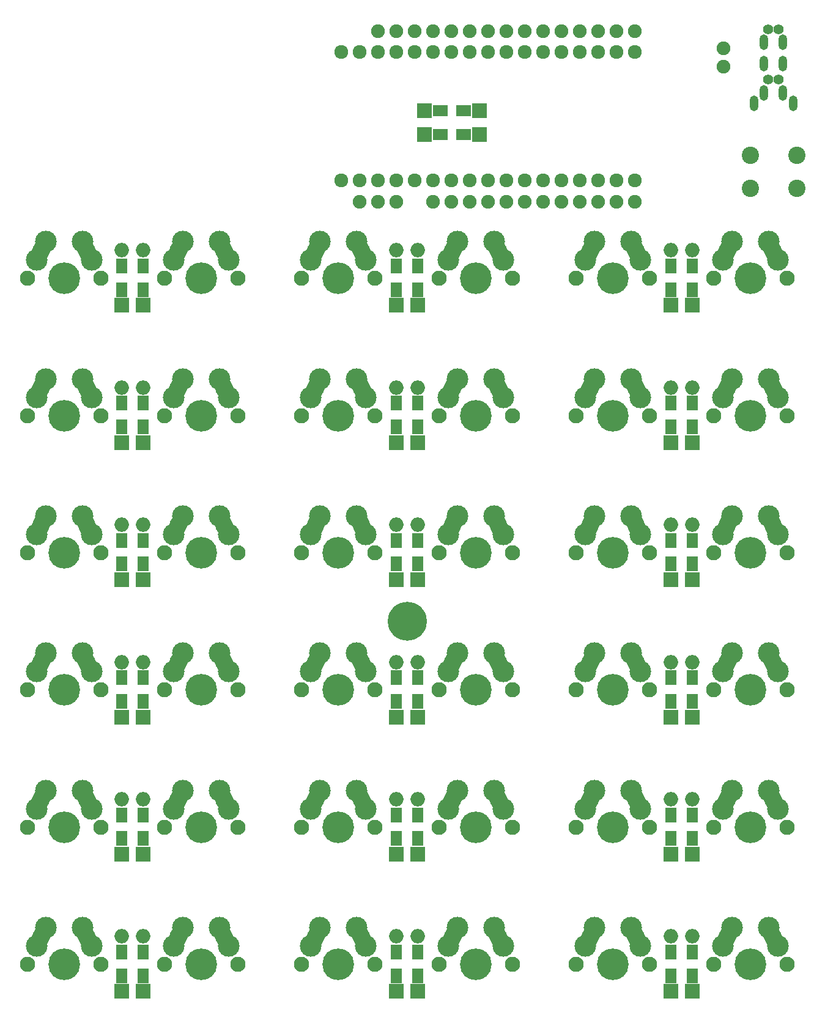
<source format=gts>
G04 #@! TF.GenerationSoftware,KiCad,Pcbnew,(5.0.0)*
G04 #@! TF.CreationDate,2018-09-01T09:01:24+09:00*
G04 #@! TF.ProjectId,pillcase36,70696C6C6361736533362E6B69636164,rev?*
G04 #@! TF.SameCoordinates,Original*
G04 #@! TF.FileFunction,Soldermask,Top*
G04 #@! TF.FilePolarity,Negative*
%FSLAX46Y46*%
G04 Gerber Fmt 4.6, Leading zero omitted, Abs format (unit mm)*
G04 Created by KiCad (PCBNEW (5.0.0)) date 09/01/18 09:01:24*
%MOMM*%
%LPD*%
G01*
G04 APERTURE LIST*
%ADD10C,2.400000*%
%ADD11C,2.400000*%
%ADD12C,3.000000*%
%ADD13C,2.101800*%
%ADD14C,4.387800*%
%ADD15C,1.390600*%
%ADD16O,1.250000X2.152600*%
%ADD17R,1.600000X2.000000*%
%ADD18R,2.000000X2.000000*%
%ADD19O,2.000000X2.000000*%
%ADD20R,2.000000X1.600000*%
%ADD21C,1.924000*%
%ADD22C,1.900000*%
%ADD23C,5.400000*%
G04 APERTURE END LIST*
D10*
G04 #@! TO.C,SW2*
X59175000Y-90190000D03*
D11*
X58736629Y-89291206D02*
X59613371Y-91088794D01*
D12*
X52190000Y-91460000D03*
D13*
X61080000Y-94000000D03*
X50920000Y-94000000D03*
D14*
X56000000Y-94000000D03*
D12*
X53460000Y-88920000D03*
X58540000Y-88920000D03*
X59810000Y-91460000D03*
D10*
X52825000Y-90190000D03*
D11*
X53263371Y-89291206D02*
X52386629Y-91088794D01*
G04 #@! TD*
D15*
G04 #@! TO.C,J1*
X154931570Y-40500000D03*
D16*
X152931570Y-45300000D03*
X152931570Y-49300000D03*
D15*
X154931570Y-47500000D03*
D16*
X156931570Y-50800000D03*
X152931570Y-42300000D03*
D15*
X153500000Y-47500000D03*
D16*
X155500000Y-42300000D03*
X155500000Y-49300000D03*
X151500000Y-50800000D03*
X155500000Y-45300000D03*
D15*
X153500000Y-40500000D03*
G04 #@! TD*
D17*
G04 #@! TO.C,D1*
X64000000Y-73290000D03*
D18*
X64000000Y-78730000D03*
D19*
X64000000Y-71110000D03*
D17*
X64000000Y-76550000D03*
G04 #@! TD*
G04 #@! TO.C,D2*
X64000000Y-95550000D03*
D19*
X64000000Y-90110000D03*
D18*
X64000000Y-97730000D03*
D17*
X64000000Y-92290000D03*
G04 #@! TD*
G04 #@! TO.C,D3*
X64000000Y-114550000D03*
D19*
X64000000Y-109110000D03*
D18*
X64000000Y-116730000D03*
D17*
X64000000Y-111290000D03*
G04 #@! TD*
G04 #@! TO.C,D4*
X64000000Y-133550000D03*
D19*
X64000000Y-128110000D03*
D18*
X64000000Y-135730000D03*
D17*
X64000000Y-130290000D03*
G04 #@! TD*
G04 #@! TO.C,D5*
X64000000Y-149290000D03*
D18*
X64000000Y-154730000D03*
D19*
X64000000Y-147110000D03*
D17*
X64000000Y-152550000D03*
G04 #@! TD*
G04 #@! TO.C,D6*
X64000000Y-168290000D03*
D18*
X64000000Y-173730000D03*
D19*
X64000000Y-166110000D03*
D17*
X64000000Y-171550000D03*
G04 #@! TD*
G04 #@! TO.C,D7*
X67000000Y-76550000D03*
D19*
X67000000Y-71110000D03*
D18*
X67000000Y-78730000D03*
D17*
X67000000Y-73290000D03*
G04 #@! TD*
G04 #@! TO.C,D8*
X67000000Y-92290000D03*
D18*
X67000000Y-97730000D03*
D19*
X67000000Y-90110000D03*
D17*
X67000000Y-95550000D03*
G04 #@! TD*
G04 #@! TO.C,D9*
X67000000Y-114550000D03*
D19*
X67000000Y-109110000D03*
D18*
X67000000Y-116730000D03*
D17*
X67000000Y-111290000D03*
G04 #@! TD*
G04 #@! TO.C,D10*
X67000000Y-133550000D03*
D19*
X67000000Y-128110000D03*
D18*
X67000000Y-135730000D03*
D17*
X67000000Y-130290000D03*
G04 #@! TD*
G04 #@! TO.C,D11*
X67000000Y-152550000D03*
D19*
X67000000Y-147110000D03*
D18*
X67000000Y-154730000D03*
D17*
X67000000Y-149290000D03*
G04 #@! TD*
G04 #@! TO.C,D12*
X67000000Y-168290000D03*
D18*
X67000000Y-173730000D03*
D19*
X67000000Y-166110000D03*
D17*
X67000000Y-171550000D03*
G04 #@! TD*
G04 #@! TO.C,D13*
X102000000Y-76550000D03*
D19*
X102000000Y-71110000D03*
D18*
X102000000Y-78730000D03*
D17*
X102000000Y-73290000D03*
G04 #@! TD*
G04 #@! TO.C,D14*
X102000000Y-95550000D03*
D19*
X102000000Y-90110000D03*
D18*
X102000000Y-97730000D03*
D17*
X102000000Y-92290000D03*
G04 #@! TD*
G04 #@! TO.C,D15*
X102000000Y-114550000D03*
D19*
X102000000Y-109110000D03*
D18*
X102000000Y-116730000D03*
D17*
X102000000Y-111290000D03*
G04 #@! TD*
G04 #@! TO.C,D16*
X102000000Y-130290000D03*
D18*
X102000000Y-135730000D03*
D19*
X102000000Y-128110000D03*
D17*
X102000000Y-133550000D03*
G04 #@! TD*
G04 #@! TO.C,D17*
X102000000Y-152550000D03*
D19*
X102000000Y-147110000D03*
D18*
X102000000Y-154730000D03*
D17*
X102000000Y-149290000D03*
G04 #@! TD*
G04 #@! TO.C,D18*
X102000000Y-168290000D03*
D18*
X102000000Y-173730000D03*
D19*
X102000000Y-166110000D03*
D17*
X102000000Y-171550000D03*
G04 #@! TD*
G04 #@! TO.C,D19*
X105000000Y-73290000D03*
D18*
X105000000Y-78730000D03*
D19*
X105000000Y-71110000D03*
D17*
X105000000Y-76550000D03*
G04 #@! TD*
G04 #@! TO.C,D20*
X105000000Y-92290000D03*
D18*
X105000000Y-97730000D03*
D19*
X105000000Y-90110000D03*
D17*
X105000000Y-95550000D03*
G04 #@! TD*
G04 #@! TO.C,D21*
X105000000Y-114550000D03*
D19*
X105000000Y-109110000D03*
D18*
X105000000Y-116730000D03*
D17*
X105000000Y-111290000D03*
G04 #@! TD*
G04 #@! TO.C,D22*
X105000000Y-130290000D03*
D18*
X105000000Y-135730000D03*
D19*
X105000000Y-128110000D03*
D17*
X105000000Y-133550000D03*
G04 #@! TD*
G04 #@! TO.C,D23*
X105000000Y-152550000D03*
D19*
X105000000Y-147110000D03*
D18*
X105000000Y-154730000D03*
D17*
X105000000Y-149290000D03*
G04 #@! TD*
G04 #@! TO.C,D24*
X105000000Y-168290000D03*
D18*
X105000000Y-173730000D03*
D19*
X105000000Y-166110000D03*
D17*
X105000000Y-171550000D03*
G04 #@! TD*
G04 #@! TO.C,D25*
X140000000Y-76550000D03*
D19*
X140000000Y-71110000D03*
D18*
X140000000Y-78730000D03*
D17*
X140000000Y-73290000D03*
G04 #@! TD*
G04 #@! TO.C,D26*
X140000000Y-95550000D03*
D19*
X140000000Y-90110000D03*
D18*
X140000000Y-97730000D03*
D17*
X140000000Y-92290000D03*
G04 #@! TD*
G04 #@! TO.C,D27*
X140000000Y-114550000D03*
D19*
X140000000Y-109110000D03*
D18*
X140000000Y-116730000D03*
D17*
X140000000Y-111290000D03*
G04 #@! TD*
G04 #@! TO.C,D28*
X140000000Y-130290000D03*
D18*
X140000000Y-135730000D03*
D19*
X140000000Y-128110000D03*
D17*
X140000000Y-133550000D03*
G04 #@! TD*
G04 #@! TO.C,D29*
X140000000Y-152550000D03*
D19*
X140000000Y-147110000D03*
D18*
X140000000Y-154730000D03*
D17*
X140000000Y-149290000D03*
G04 #@! TD*
G04 #@! TO.C,D30*
X140000000Y-168290000D03*
D18*
X140000000Y-173730000D03*
D19*
X140000000Y-166110000D03*
D17*
X140000000Y-171550000D03*
G04 #@! TD*
G04 #@! TO.C,D31*
X143000000Y-73290000D03*
D18*
X143000000Y-78730000D03*
D19*
X143000000Y-71110000D03*
D17*
X143000000Y-76550000D03*
G04 #@! TD*
G04 #@! TO.C,D32*
X143000000Y-92290000D03*
D18*
X143000000Y-97730000D03*
D19*
X143000000Y-90110000D03*
D17*
X143000000Y-95550000D03*
G04 #@! TD*
G04 #@! TO.C,D33*
X143000000Y-114550000D03*
D19*
X143000000Y-109110000D03*
D18*
X143000000Y-116730000D03*
D17*
X143000000Y-111290000D03*
G04 #@! TD*
G04 #@! TO.C,D34*
X143000000Y-130290000D03*
D18*
X143000000Y-135730000D03*
D19*
X143000000Y-128110000D03*
D17*
X143000000Y-133550000D03*
G04 #@! TD*
G04 #@! TO.C,D35*
X143000000Y-149290000D03*
D18*
X143000000Y-154730000D03*
D19*
X143000000Y-147110000D03*
D17*
X143000000Y-152550000D03*
G04 #@! TD*
G04 #@! TO.C,D36*
X143000000Y-168290000D03*
D18*
X143000000Y-173730000D03*
D19*
X143000000Y-166110000D03*
D17*
X143000000Y-171550000D03*
G04 #@! TD*
D20*
G04 #@! TO.C,R1*
X108098000Y-51816000D03*
D18*
X113538000Y-51816000D03*
X105918000Y-51816000D03*
D20*
X111358000Y-51816000D03*
G04 #@! TD*
G04 #@! TO.C,R2*
X111337000Y-55118000D03*
D18*
X105897000Y-55118000D03*
X113517000Y-55118000D03*
D20*
X108077000Y-55118000D03*
G04 #@! TD*
D10*
G04 #@! TO.C,SW1*
X59175000Y-71190000D03*
D11*
X58736629Y-70291206D02*
X59613371Y-72088794D01*
D12*
X52190000Y-72460000D03*
D13*
X61080000Y-75000000D03*
X50920000Y-75000000D03*
D14*
X56000000Y-75000000D03*
D12*
X53460000Y-69920000D03*
X58540000Y-69920000D03*
X59810000Y-72460000D03*
D10*
X52825000Y-71190000D03*
D11*
X53263371Y-70291206D02*
X52386629Y-72088794D01*
G04 #@! TD*
D10*
G04 #@! TO.C,SW3*
X59175000Y-109190000D03*
D11*
X58736629Y-108291206D02*
X59613371Y-110088794D01*
D12*
X52190000Y-110460000D03*
D13*
X61080000Y-113000000D03*
X50920000Y-113000000D03*
D14*
X56000000Y-113000000D03*
D12*
X53460000Y-107920000D03*
X58540000Y-107920000D03*
X59810000Y-110460000D03*
D10*
X52825000Y-109190000D03*
D11*
X53263371Y-108291206D02*
X52386629Y-110088794D01*
G04 #@! TD*
D10*
G04 #@! TO.C,SW4*
X52825000Y-128190000D03*
D11*
X53263371Y-127291206D02*
X52386629Y-129088794D01*
D12*
X59810000Y-129460000D03*
X58540000Y-126920000D03*
X53460000Y-126920000D03*
D14*
X56000000Y-132000000D03*
D13*
X50920000Y-132000000D03*
X61080000Y-132000000D03*
D12*
X52190000Y-129460000D03*
D10*
X59175000Y-128190000D03*
D11*
X58736629Y-127291206D02*
X59613371Y-129088794D01*
G04 #@! TD*
D10*
G04 #@! TO.C,SW5*
X52825000Y-147190000D03*
D11*
X53263371Y-146291206D02*
X52386629Y-148088794D01*
D12*
X59810000Y-148460000D03*
X58540000Y-145920000D03*
X53460000Y-145920000D03*
D14*
X56000000Y-151000000D03*
D13*
X50920000Y-151000000D03*
X61080000Y-151000000D03*
D12*
X52190000Y-148460000D03*
D10*
X59175000Y-147190000D03*
D11*
X58736629Y-146291206D02*
X59613371Y-148088794D01*
G04 #@! TD*
D10*
G04 #@! TO.C,SW6*
X52825000Y-166190000D03*
D11*
X53263371Y-165291206D02*
X52386629Y-167088794D01*
D12*
X59810000Y-167460000D03*
X58540000Y-164920000D03*
X53460000Y-164920000D03*
D14*
X56000000Y-170000000D03*
D13*
X50920000Y-170000000D03*
X61080000Y-170000000D03*
D12*
X52190000Y-167460000D03*
D10*
X59175000Y-166190000D03*
D11*
X58736629Y-165291206D02*
X59613371Y-167088794D01*
G04 #@! TD*
D10*
G04 #@! TO.C,SW7*
X78175000Y-71190000D03*
D11*
X77736629Y-70291206D02*
X78613371Y-72088794D01*
D12*
X71190000Y-72460000D03*
D13*
X80080000Y-75000000D03*
X69920000Y-75000000D03*
D14*
X75000000Y-75000000D03*
D12*
X72460000Y-69920000D03*
X77540000Y-69920000D03*
X78810000Y-72460000D03*
D10*
X71825000Y-71190000D03*
D11*
X72263371Y-70291206D02*
X71386629Y-72088794D01*
G04 #@! TD*
D10*
G04 #@! TO.C,SW8*
X78175000Y-90190000D03*
D11*
X77736629Y-89291206D02*
X78613371Y-91088794D01*
D12*
X71190000Y-91460000D03*
D13*
X80080000Y-94000000D03*
X69920000Y-94000000D03*
D14*
X75000000Y-94000000D03*
D12*
X72460000Y-88920000D03*
X77540000Y-88920000D03*
X78810000Y-91460000D03*
D10*
X71825000Y-90190000D03*
D11*
X72263371Y-89291206D02*
X71386629Y-91088794D01*
G04 #@! TD*
D10*
G04 #@! TO.C,SW9*
X78175000Y-109190000D03*
D11*
X77736629Y-108291206D02*
X78613371Y-110088794D01*
D12*
X71190000Y-110460000D03*
D13*
X80080000Y-113000000D03*
X69920000Y-113000000D03*
D14*
X75000000Y-113000000D03*
D12*
X72460000Y-107920000D03*
X77540000Y-107920000D03*
X78810000Y-110460000D03*
D10*
X71825000Y-109190000D03*
D11*
X72263371Y-108291206D02*
X71386629Y-110088794D01*
G04 #@! TD*
D10*
G04 #@! TO.C,SW10*
X71825000Y-128190000D03*
D11*
X72263371Y-127291206D02*
X71386629Y-129088794D01*
D12*
X78810000Y-129460000D03*
X77540000Y-126920000D03*
X72460000Y-126920000D03*
D14*
X75000000Y-132000000D03*
D13*
X69920000Y-132000000D03*
X80080000Y-132000000D03*
D12*
X71190000Y-129460000D03*
D10*
X78175000Y-128190000D03*
D11*
X77736629Y-127291206D02*
X78613371Y-129088794D01*
G04 #@! TD*
D10*
G04 #@! TO.C,SW11*
X71825000Y-147190000D03*
D11*
X72263371Y-146291206D02*
X71386629Y-148088794D01*
D12*
X78810000Y-148460000D03*
X77540000Y-145920000D03*
X72460000Y-145920000D03*
D14*
X75000000Y-151000000D03*
D13*
X69920000Y-151000000D03*
X80080000Y-151000000D03*
D12*
X71190000Y-148460000D03*
D10*
X78175000Y-147190000D03*
D11*
X77736629Y-146291206D02*
X78613371Y-148088794D01*
G04 #@! TD*
D10*
G04 #@! TO.C,SW12*
X71825000Y-166190000D03*
D11*
X72263371Y-165291206D02*
X71386629Y-167088794D01*
D12*
X78810000Y-167460000D03*
X77540000Y-164920000D03*
X72460000Y-164920000D03*
D14*
X75000000Y-170000000D03*
D13*
X69920000Y-170000000D03*
X80080000Y-170000000D03*
D12*
X71190000Y-167460000D03*
D10*
X78175000Y-166190000D03*
D11*
X77736629Y-165291206D02*
X78613371Y-167088794D01*
G04 #@! TD*
D10*
G04 #@! TO.C,SW13*
X90825000Y-71190000D03*
D11*
X91263371Y-70291206D02*
X90386629Y-72088794D01*
D12*
X97810000Y-72460000D03*
X96540000Y-69920000D03*
X91460000Y-69920000D03*
D14*
X94000000Y-75000000D03*
D13*
X88920000Y-75000000D03*
X99080000Y-75000000D03*
D12*
X90190000Y-72460000D03*
D10*
X97175000Y-71190000D03*
D11*
X96736629Y-70291206D02*
X97613371Y-72088794D01*
G04 #@! TD*
D10*
G04 #@! TO.C,SW14*
X97175000Y-90190000D03*
D11*
X96736629Y-89291206D02*
X97613371Y-91088794D01*
D12*
X90190000Y-91460000D03*
D13*
X99080000Y-94000000D03*
X88920000Y-94000000D03*
D14*
X94000000Y-94000000D03*
D12*
X91460000Y-88920000D03*
X96540000Y-88920000D03*
X97810000Y-91460000D03*
D10*
X90825000Y-90190000D03*
D11*
X91263371Y-89291206D02*
X90386629Y-91088794D01*
G04 #@! TD*
D10*
G04 #@! TO.C,SW15*
X97175000Y-109190000D03*
D11*
X96736629Y-108291206D02*
X97613371Y-110088794D01*
D12*
X90190000Y-110460000D03*
D13*
X99080000Y-113000000D03*
X88920000Y-113000000D03*
D14*
X94000000Y-113000000D03*
D12*
X91460000Y-107920000D03*
X96540000Y-107920000D03*
X97810000Y-110460000D03*
D10*
X90825000Y-109190000D03*
D11*
X91263371Y-108291206D02*
X90386629Y-110088794D01*
G04 #@! TD*
D10*
G04 #@! TO.C,SW16*
X90825000Y-128190000D03*
D11*
X91263371Y-127291206D02*
X90386629Y-129088794D01*
D12*
X97810000Y-129460000D03*
X96540000Y-126920000D03*
X91460000Y-126920000D03*
D14*
X94000000Y-132000000D03*
D13*
X88920000Y-132000000D03*
X99080000Y-132000000D03*
D12*
X90190000Y-129460000D03*
D10*
X97175000Y-128190000D03*
D11*
X96736629Y-127291206D02*
X97613371Y-129088794D01*
G04 #@! TD*
D10*
G04 #@! TO.C,SW17*
X97175000Y-147190000D03*
D11*
X96736629Y-146291206D02*
X97613371Y-148088794D01*
D12*
X90190000Y-148460000D03*
D13*
X99080000Y-151000000D03*
X88920000Y-151000000D03*
D14*
X94000000Y-151000000D03*
D12*
X91460000Y-145920000D03*
X96540000Y-145920000D03*
X97810000Y-148460000D03*
D10*
X90825000Y-147190000D03*
D11*
X91263371Y-146291206D02*
X90386629Y-148088794D01*
G04 #@! TD*
D10*
G04 #@! TO.C,SW18*
X90825000Y-166190000D03*
D11*
X91263371Y-165291206D02*
X90386629Y-167088794D01*
D12*
X97810000Y-167460000D03*
X96540000Y-164920000D03*
X91460000Y-164920000D03*
D14*
X94000000Y-170000000D03*
D13*
X88920000Y-170000000D03*
X99080000Y-170000000D03*
D12*
X90190000Y-167460000D03*
D10*
X97175000Y-166190000D03*
D11*
X96736629Y-165291206D02*
X97613371Y-167088794D01*
G04 #@! TD*
D10*
G04 #@! TO.C,SW19*
X109825000Y-71190000D03*
D11*
X110263371Y-70291206D02*
X109386629Y-72088794D01*
D12*
X116810000Y-72460000D03*
X115540000Y-69920000D03*
X110460000Y-69920000D03*
D14*
X113000000Y-75000000D03*
D13*
X107920000Y-75000000D03*
X118080000Y-75000000D03*
D12*
X109190000Y-72460000D03*
D10*
X116175000Y-71190000D03*
D11*
X115736629Y-70291206D02*
X116613371Y-72088794D01*
G04 #@! TD*
D10*
G04 #@! TO.C,SW20*
X116175000Y-90190000D03*
D11*
X115736629Y-89291206D02*
X116613371Y-91088794D01*
D12*
X109190000Y-91460000D03*
D13*
X118080000Y-94000000D03*
X107920000Y-94000000D03*
D14*
X113000000Y-94000000D03*
D12*
X110460000Y-88920000D03*
X115540000Y-88920000D03*
X116810000Y-91460000D03*
D10*
X109825000Y-90190000D03*
D11*
X110263371Y-89291206D02*
X109386629Y-91088794D01*
G04 #@! TD*
D10*
G04 #@! TO.C,SW21*
X116175000Y-109190000D03*
D11*
X115736629Y-108291206D02*
X116613371Y-110088794D01*
D12*
X109190000Y-110460000D03*
D13*
X118080000Y-113000000D03*
X107920000Y-113000000D03*
D14*
X113000000Y-113000000D03*
D12*
X110460000Y-107920000D03*
X115540000Y-107920000D03*
X116810000Y-110460000D03*
D10*
X109825000Y-109190000D03*
D11*
X110263371Y-108291206D02*
X109386629Y-110088794D01*
G04 #@! TD*
D10*
G04 #@! TO.C,SW22*
X109825000Y-128190000D03*
D11*
X110263371Y-127291206D02*
X109386629Y-129088794D01*
D12*
X116810000Y-129460000D03*
X115540000Y-126920000D03*
X110460000Y-126920000D03*
D14*
X113000000Y-132000000D03*
D13*
X107920000Y-132000000D03*
X118080000Y-132000000D03*
D12*
X109190000Y-129460000D03*
D10*
X116175000Y-128190000D03*
D11*
X115736629Y-127291206D02*
X116613371Y-129088794D01*
G04 #@! TD*
D10*
G04 #@! TO.C,SW23*
X109825000Y-147190000D03*
D11*
X110263371Y-146291206D02*
X109386629Y-148088794D01*
D12*
X116810000Y-148460000D03*
X115540000Y-145920000D03*
X110460000Y-145920000D03*
D14*
X113000000Y-151000000D03*
D13*
X107920000Y-151000000D03*
X118080000Y-151000000D03*
D12*
X109190000Y-148460000D03*
D10*
X116175000Y-147190000D03*
D11*
X115736629Y-146291206D02*
X116613371Y-148088794D01*
G04 #@! TD*
D10*
G04 #@! TO.C,SW24*
X109825000Y-166190000D03*
D11*
X110263371Y-165291206D02*
X109386629Y-167088794D01*
D12*
X116810000Y-167460000D03*
X115540000Y-164920000D03*
X110460000Y-164920000D03*
D14*
X113000000Y-170000000D03*
D13*
X107920000Y-170000000D03*
X118080000Y-170000000D03*
D12*
X109190000Y-167460000D03*
D10*
X116175000Y-166190000D03*
D11*
X115736629Y-165291206D02*
X116613371Y-167088794D01*
G04 #@! TD*
D10*
G04 #@! TO.C,SW25*
X135175000Y-71190000D03*
D11*
X134736629Y-70291206D02*
X135613371Y-72088794D01*
D12*
X128190000Y-72460000D03*
D13*
X137080000Y-75000000D03*
X126920000Y-75000000D03*
D14*
X132000000Y-75000000D03*
D12*
X129460000Y-69920000D03*
X134540000Y-69920000D03*
X135810000Y-72460000D03*
D10*
X128825000Y-71190000D03*
D11*
X129263371Y-70291206D02*
X128386629Y-72088794D01*
G04 #@! TD*
D10*
G04 #@! TO.C,SW26*
X135175000Y-90190000D03*
D11*
X134736629Y-89291206D02*
X135613371Y-91088794D01*
D12*
X128190000Y-91460000D03*
D13*
X137080000Y-94000000D03*
X126920000Y-94000000D03*
D14*
X132000000Y-94000000D03*
D12*
X129460000Y-88920000D03*
X134540000Y-88920000D03*
X135810000Y-91460000D03*
D10*
X128825000Y-90190000D03*
D11*
X129263371Y-89291206D02*
X128386629Y-91088794D01*
G04 #@! TD*
D10*
G04 #@! TO.C,SW27*
X135175000Y-109190000D03*
D11*
X134736629Y-108291206D02*
X135613371Y-110088794D01*
D12*
X128190000Y-110460000D03*
D13*
X137080000Y-113000000D03*
X126920000Y-113000000D03*
D14*
X132000000Y-113000000D03*
D12*
X129460000Y-107920000D03*
X134540000Y-107920000D03*
X135810000Y-110460000D03*
D10*
X128825000Y-109190000D03*
D11*
X129263371Y-108291206D02*
X128386629Y-110088794D01*
G04 #@! TD*
D10*
G04 #@! TO.C,SW28*
X128825000Y-128190000D03*
D11*
X129263371Y-127291206D02*
X128386629Y-129088794D01*
D12*
X135810000Y-129460000D03*
X134540000Y-126920000D03*
X129460000Y-126920000D03*
D14*
X132000000Y-132000000D03*
D13*
X126920000Y-132000000D03*
X137080000Y-132000000D03*
D12*
X128190000Y-129460000D03*
D10*
X135175000Y-128190000D03*
D11*
X134736629Y-127291206D02*
X135613371Y-129088794D01*
G04 #@! TD*
D10*
G04 #@! TO.C,SW29*
X128825000Y-147190000D03*
D11*
X129263371Y-146291206D02*
X128386629Y-148088794D01*
D12*
X135810000Y-148460000D03*
X134540000Y-145920000D03*
X129460000Y-145920000D03*
D14*
X132000000Y-151000000D03*
D13*
X126920000Y-151000000D03*
X137080000Y-151000000D03*
D12*
X128190000Y-148460000D03*
D10*
X135175000Y-147190000D03*
D11*
X134736629Y-146291206D02*
X135613371Y-148088794D01*
G04 #@! TD*
D10*
G04 #@! TO.C,SW30*
X128825000Y-166190000D03*
D11*
X129263371Y-165291206D02*
X128386629Y-167088794D01*
D12*
X135810000Y-167460000D03*
X134540000Y-164920000D03*
X129460000Y-164920000D03*
D14*
X132000000Y-170000000D03*
D13*
X126920000Y-170000000D03*
X137080000Y-170000000D03*
D12*
X128190000Y-167460000D03*
D10*
X135175000Y-166190000D03*
D11*
X134736629Y-165291206D02*
X135613371Y-167088794D01*
G04 #@! TD*
D10*
G04 #@! TO.C,SW31*
X154175000Y-71190000D03*
D11*
X153736629Y-70291206D02*
X154613371Y-72088794D01*
D12*
X147190000Y-72460000D03*
D13*
X156080000Y-75000000D03*
X145920000Y-75000000D03*
D14*
X151000000Y-75000000D03*
D12*
X148460000Y-69920000D03*
X153540000Y-69920000D03*
X154810000Y-72460000D03*
D10*
X147825000Y-71190000D03*
D11*
X148263371Y-70291206D02*
X147386629Y-72088794D01*
G04 #@! TD*
D10*
G04 #@! TO.C,SW32*
X154175000Y-90190000D03*
D11*
X153736629Y-89291206D02*
X154613371Y-91088794D01*
D12*
X147190000Y-91460000D03*
D13*
X156080000Y-94000000D03*
X145920000Y-94000000D03*
D14*
X151000000Y-94000000D03*
D12*
X148460000Y-88920000D03*
X153540000Y-88920000D03*
X154810000Y-91460000D03*
D10*
X147825000Y-90190000D03*
D11*
X148263371Y-89291206D02*
X147386629Y-91088794D01*
G04 #@! TD*
D10*
G04 #@! TO.C,SW33*
X154175000Y-109190000D03*
D11*
X153736629Y-108291206D02*
X154613371Y-110088794D01*
D12*
X147190000Y-110460000D03*
D13*
X156080000Y-113000000D03*
X145920000Y-113000000D03*
D14*
X151000000Y-113000000D03*
D12*
X148460000Y-107920000D03*
X153540000Y-107920000D03*
X154810000Y-110460000D03*
D10*
X147825000Y-109190000D03*
D11*
X148263371Y-108291206D02*
X147386629Y-110088794D01*
G04 #@! TD*
D10*
G04 #@! TO.C,SW34*
X154175000Y-128190000D03*
D11*
X153736629Y-127291206D02*
X154613371Y-129088794D01*
D12*
X147190000Y-129460000D03*
D13*
X156080000Y-132000000D03*
X145920000Y-132000000D03*
D14*
X151000000Y-132000000D03*
D12*
X148460000Y-126920000D03*
X153540000Y-126920000D03*
X154810000Y-129460000D03*
D10*
X147825000Y-128190000D03*
D11*
X148263371Y-127291206D02*
X147386629Y-129088794D01*
G04 #@! TD*
D10*
G04 #@! TO.C,SW35*
X147825000Y-147190000D03*
D11*
X148263371Y-146291206D02*
X147386629Y-148088794D01*
D12*
X154810000Y-148460000D03*
X153540000Y-145920000D03*
X148460000Y-145920000D03*
D14*
X151000000Y-151000000D03*
D13*
X145920000Y-151000000D03*
X156080000Y-151000000D03*
D12*
X147190000Y-148460000D03*
D10*
X154175000Y-147190000D03*
D11*
X153736629Y-146291206D02*
X154613371Y-148088794D01*
G04 #@! TD*
D10*
G04 #@! TO.C,SW36*
X147825000Y-166190000D03*
D11*
X148263371Y-165291206D02*
X147386629Y-167088794D01*
D12*
X154810000Y-167460000D03*
X153540000Y-164920000D03*
X148460000Y-164920000D03*
D14*
X151000000Y-170000000D03*
D13*
X145920000Y-170000000D03*
X156080000Y-170000000D03*
D12*
X147190000Y-167460000D03*
D10*
X154175000Y-166190000D03*
D11*
X153736629Y-165291206D02*
X154613371Y-167088794D01*
G04 #@! TD*
D10*
G04 #@! TO.C,RESET*
X157500000Y-58000000D03*
X157500000Y-62500000D03*
X151000000Y-58000000D03*
X151000000Y-62500000D03*
G04 #@! TD*
D21*
G04 #@! TO.C,U1*
X135062000Y-43688000D03*
X132522000Y-43688000D03*
X129982000Y-43688000D03*
X127442000Y-43688000D03*
X124902000Y-43688000D03*
X122362000Y-43688000D03*
X119822000Y-43688000D03*
X117282000Y-43688000D03*
X114742000Y-43688000D03*
X112202000Y-43688000D03*
X109662000Y-43688000D03*
X107122000Y-43688000D03*
X104582000Y-43688000D03*
X102042000Y-43688000D03*
X99502000Y-43688000D03*
X96962000Y-43688000D03*
X94422000Y-43688000D03*
X94422000Y-61468000D03*
X96962000Y-61468000D03*
X99502000Y-61468000D03*
X102042000Y-61468000D03*
X104582000Y-61468000D03*
X107122000Y-61468000D03*
X109662000Y-61468000D03*
X112202000Y-61468000D03*
X114742000Y-61468000D03*
X117282000Y-61468000D03*
X119822000Y-61468000D03*
X122362000Y-61468000D03*
X124902000Y-61468000D03*
X127442000Y-61468000D03*
X129982000Y-61468000D03*
X132522000Y-61468000D03*
X135062000Y-61468000D03*
G04 #@! TD*
D22*
G04 #@! TO.C,TP1*
X132522000Y-40767000D03*
G04 #@! TD*
G04 #@! TO.C,TP2*
X127442000Y-40767000D03*
G04 #@! TD*
G04 #@! TO.C,TP3*
X122362000Y-40767000D03*
G04 #@! TD*
G04 #@! TO.C,TP4*
X117282000Y-40767000D03*
G04 #@! TD*
G04 #@! TO.C,TP5*
X112202000Y-40767000D03*
G04 #@! TD*
G04 #@! TO.C,TP6*
X107122000Y-40767000D03*
G04 #@! TD*
G04 #@! TO.C,TP7*
X102042000Y-40767000D03*
G04 #@! TD*
G04 #@! TO.C,TP8*
X135062000Y-40767000D03*
G04 #@! TD*
G04 #@! TO.C,TP9*
X129982000Y-40767000D03*
G04 #@! TD*
G04 #@! TO.C,TP10*
X124902000Y-40767000D03*
G04 #@! TD*
G04 #@! TO.C,TP11*
X119822000Y-40767000D03*
G04 #@! TD*
G04 #@! TO.C,TP12*
X114742000Y-40767000D03*
G04 #@! TD*
G04 #@! TO.C,TP13*
X109662000Y-40767000D03*
G04 #@! TD*
G04 #@! TO.C,TP14*
X104582000Y-40767000D03*
G04 #@! TD*
G04 #@! TO.C,TP15*
X99502000Y-40767000D03*
G04 #@! TD*
G04 #@! TO.C,TP16*
X135062000Y-64389000D03*
G04 #@! TD*
G04 #@! TO.C,TP17*
X129982000Y-64389000D03*
G04 #@! TD*
G04 #@! TO.C,TP18*
X124902000Y-64389000D03*
G04 #@! TD*
G04 #@! TO.C,TP19*
X119822000Y-64389000D03*
G04 #@! TD*
G04 #@! TO.C,TP20*
X114742000Y-64389000D03*
G04 #@! TD*
G04 #@! TO.C,TP21*
X109662000Y-64389000D03*
G04 #@! TD*
G04 #@! TO.C,TP22*
X102042000Y-64389000D03*
G04 #@! TD*
G04 #@! TO.C,TP23*
X96962000Y-64389000D03*
G04 #@! TD*
G04 #@! TO.C,TP24*
X132522000Y-64389000D03*
G04 #@! TD*
G04 #@! TO.C,TP25*
X127442000Y-64389000D03*
G04 #@! TD*
G04 #@! TO.C,TP26*
X122362000Y-64389000D03*
G04 #@! TD*
G04 #@! TO.C,TP27*
X117282000Y-64389000D03*
G04 #@! TD*
G04 #@! TO.C,TP28*
X112202000Y-64389000D03*
G04 #@! TD*
G04 #@! TO.C,TP29*
X107122000Y-64389000D03*
G04 #@! TD*
G04 #@! TO.C,TP30*
X99502000Y-64389000D03*
G04 #@! TD*
G04 #@! TO.C,R1*
X147320000Y-45720000D03*
G04 #@! TD*
G04 #@! TO.C,R2*
X147320000Y-43180000D03*
G04 #@! TD*
D23*
G04 #@! TO.C,*
X103500000Y-122500000D03*
G04 #@! TD*
M02*

</source>
